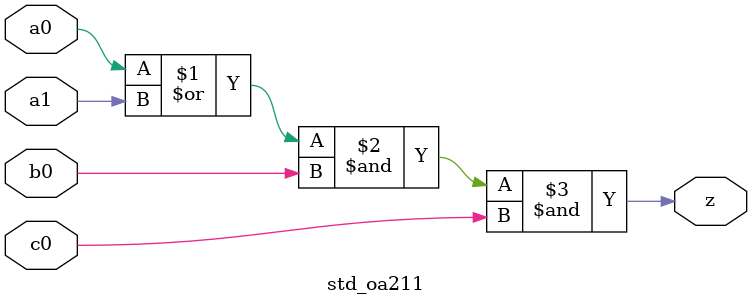
<source format=sv>

module std_oa211 #(parameter DW = 1 ) // array width
(
	input [DW-1:0]  a0,
	input [DW-1:0]  a1,
	input [DW-1:0]  b0,
	input [DW-1:0]  c0, 
	output [DW-1:0] z
);

assign z = (a0 | a1) & b0 & c0;

endmodule

</source>
